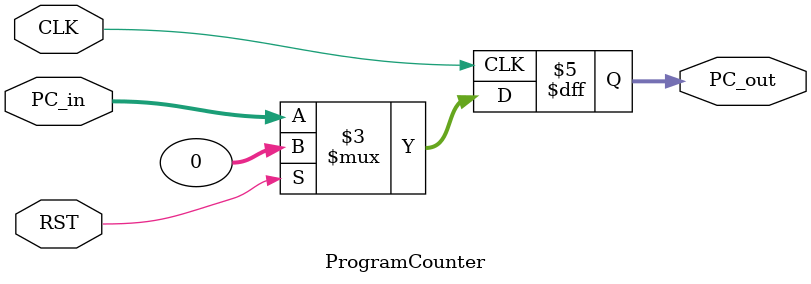
<source format=v>
`timescale 1ns / 1ps
module ProgramCounter #(parameter width=32)
						(input CLK, RST,
						input signed [width-1:0] PC_in, 
						output reg signed [width-1:0] PC_out);

always @(posedge CLK) begin
	if(RST) PC_out <= 0;
	else PC_out <= PC_in;
end

endmodule

</source>
